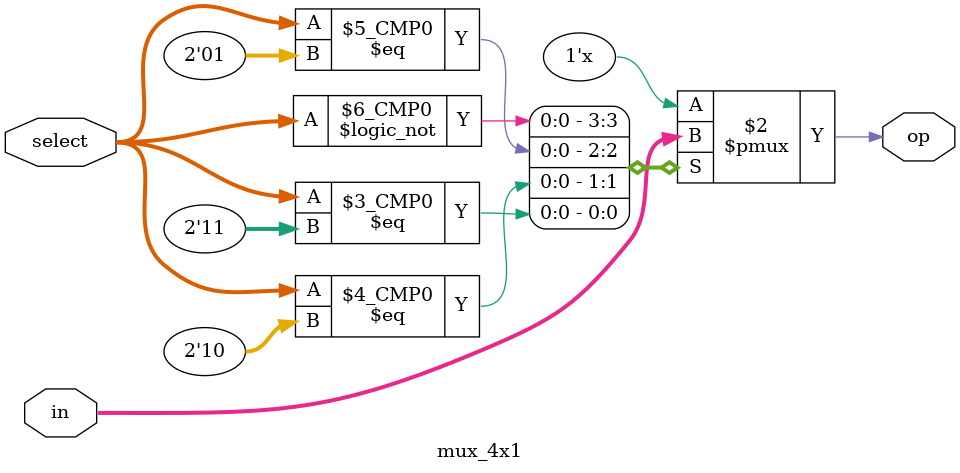
<source format=v>
module mux_4x1 (in, op, select);
  input [3:0] in;
  input [0:1] select;
  output op;
  reg op;

  always @ (in or select)
    case(select)
        2'b00: op=in[3];
        2'b01: op=in[2];
        2'b10: op=in[1];
        2'b11: op=in[0];
    endcase
endmodule

</source>
